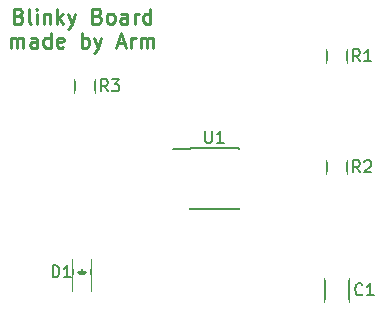
<source format=gto>
G04 #@! TF.FileFunction,Legend,Top*
%FSLAX46Y46*%
G04 Gerber Fmt 4.6, Leading zero omitted, Abs format (unit mm)*
G04 Created by KiCad (PCBNEW 4.0.1-stable) date 2017 February 12, Sunday 16:29:12*
%MOMM*%
G01*
G04 APERTURE LIST*
%ADD10C,0.100000*%
%ADD11C,0.254000*%
%ADD12C,0.150000*%
%ADD13R,2.000000X2.400000*%
%ADD14R,1.598880X1.598880*%
%ADD15R,1.700000X1.900000*%
%ADD16R,1.950000X1.000000*%
G04 APERTURE END LIST*
D10*
D11*
X155175857Y-83983286D02*
X155357286Y-84043762D01*
X155417762Y-84104238D01*
X155478238Y-84225190D01*
X155478238Y-84406619D01*
X155417762Y-84527571D01*
X155357286Y-84588048D01*
X155236333Y-84648524D01*
X154752524Y-84648524D01*
X154752524Y-83378524D01*
X155175857Y-83378524D01*
X155296810Y-83439000D01*
X155357286Y-83499476D01*
X155417762Y-83620429D01*
X155417762Y-83741381D01*
X155357286Y-83862333D01*
X155296810Y-83922810D01*
X155175857Y-83983286D01*
X154752524Y-83983286D01*
X156203953Y-84648524D02*
X156083000Y-84588048D01*
X156022524Y-84467095D01*
X156022524Y-83378524D01*
X156687762Y-84648524D02*
X156687762Y-83801857D01*
X156687762Y-83378524D02*
X156627286Y-83439000D01*
X156687762Y-83499476D01*
X156748238Y-83439000D01*
X156687762Y-83378524D01*
X156687762Y-83499476D01*
X157292524Y-83801857D02*
X157292524Y-84648524D01*
X157292524Y-83922810D02*
X157353000Y-83862333D01*
X157473953Y-83801857D01*
X157655381Y-83801857D01*
X157776333Y-83862333D01*
X157836810Y-83983286D01*
X157836810Y-84648524D01*
X158441572Y-84648524D02*
X158441572Y-83378524D01*
X158562524Y-84164714D02*
X158925381Y-84648524D01*
X158925381Y-83801857D02*
X158441572Y-84285667D01*
X159348715Y-83801857D02*
X159651096Y-84648524D01*
X159953476Y-83801857D02*
X159651096Y-84648524D01*
X159530143Y-84950905D01*
X159469667Y-85011381D01*
X159348715Y-85071857D01*
X161828238Y-83983286D02*
X162009667Y-84043762D01*
X162070143Y-84104238D01*
X162130619Y-84225190D01*
X162130619Y-84406619D01*
X162070143Y-84527571D01*
X162009667Y-84588048D01*
X161888714Y-84648524D01*
X161404905Y-84648524D01*
X161404905Y-83378524D01*
X161828238Y-83378524D01*
X161949191Y-83439000D01*
X162009667Y-83499476D01*
X162070143Y-83620429D01*
X162070143Y-83741381D01*
X162009667Y-83862333D01*
X161949191Y-83922810D01*
X161828238Y-83983286D01*
X161404905Y-83983286D01*
X162856334Y-84648524D02*
X162735381Y-84588048D01*
X162674905Y-84527571D01*
X162614429Y-84406619D01*
X162614429Y-84043762D01*
X162674905Y-83922810D01*
X162735381Y-83862333D01*
X162856334Y-83801857D01*
X163037762Y-83801857D01*
X163158714Y-83862333D01*
X163219191Y-83922810D01*
X163279667Y-84043762D01*
X163279667Y-84406619D01*
X163219191Y-84527571D01*
X163158714Y-84588048D01*
X163037762Y-84648524D01*
X162856334Y-84648524D01*
X164368239Y-84648524D02*
X164368239Y-83983286D01*
X164307762Y-83862333D01*
X164186810Y-83801857D01*
X163944905Y-83801857D01*
X163823953Y-83862333D01*
X164368239Y-84588048D02*
X164247286Y-84648524D01*
X163944905Y-84648524D01*
X163823953Y-84588048D01*
X163763477Y-84467095D01*
X163763477Y-84346143D01*
X163823953Y-84225190D01*
X163944905Y-84164714D01*
X164247286Y-84164714D01*
X164368239Y-84104238D01*
X164973001Y-84648524D02*
X164973001Y-83801857D01*
X164973001Y-84043762D02*
X165033477Y-83922810D01*
X165093953Y-83862333D01*
X165214906Y-83801857D01*
X165335858Y-83801857D01*
X166303477Y-84648524D02*
X166303477Y-83378524D01*
X166303477Y-84588048D02*
X166182524Y-84648524D01*
X165940620Y-84648524D01*
X165819667Y-84588048D01*
X165759191Y-84527571D01*
X165698715Y-84406619D01*
X165698715Y-84043762D01*
X165759191Y-83922810D01*
X165819667Y-83862333D01*
X165940620Y-83801857D01*
X166182524Y-83801857D01*
X166303477Y-83862333D01*
X154480382Y-86680524D02*
X154480382Y-85833857D01*
X154480382Y-85954810D02*
X154540858Y-85894333D01*
X154661811Y-85833857D01*
X154843239Y-85833857D01*
X154964191Y-85894333D01*
X155024668Y-86015286D01*
X155024668Y-86680524D01*
X155024668Y-86015286D02*
X155085144Y-85894333D01*
X155206096Y-85833857D01*
X155387525Y-85833857D01*
X155508477Y-85894333D01*
X155568953Y-86015286D01*
X155568953Y-86680524D01*
X156718001Y-86680524D02*
X156718001Y-86015286D01*
X156657524Y-85894333D01*
X156536572Y-85833857D01*
X156294667Y-85833857D01*
X156173715Y-85894333D01*
X156718001Y-86620048D02*
X156597048Y-86680524D01*
X156294667Y-86680524D01*
X156173715Y-86620048D01*
X156113239Y-86499095D01*
X156113239Y-86378143D01*
X156173715Y-86257190D01*
X156294667Y-86196714D01*
X156597048Y-86196714D01*
X156718001Y-86136238D01*
X157867049Y-86680524D02*
X157867049Y-85410524D01*
X157867049Y-86620048D02*
X157746096Y-86680524D01*
X157504192Y-86680524D01*
X157383239Y-86620048D01*
X157322763Y-86559571D01*
X157262287Y-86438619D01*
X157262287Y-86075762D01*
X157322763Y-85954810D01*
X157383239Y-85894333D01*
X157504192Y-85833857D01*
X157746096Y-85833857D01*
X157867049Y-85894333D01*
X158955620Y-86620048D02*
X158834668Y-86680524D01*
X158592763Y-86680524D01*
X158471811Y-86620048D01*
X158411335Y-86499095D01*
X158411335Y-86015286D01*
X158471811Y-85894333D01*
X158592763Y-85833857D01*
X158834668Y-85833857D01*
X158955620Y-85894333D01*
X159016097Y-86015286D01*
X159016097Y-86136238D01*
X158411335Y-86257190D01*
X160528001Y-86680524D02*
X160528001Y-85410524D01*
X160528001Y-85894333D02*
X160648953Y-85833857D01*
X160890858Y-85833857D01*
X161011810Y-85894333D01*
X161072287Y-85954810D01*
X161132763Y-86075762D01*
X161132763Y-86438619D01*
X161072287Y-86559571D01*
X161011810Y-86620048D01*
X160890858Y-86680524D01*
X160648953Y-86680524D01*
X160528001Y-86620048D01*
X161556097Y-85833857D02*
X161858478Y-86680524D01*
X162160858Y-85833857D02*
X161858478Y-86680524D01*
X161737525Y-86982905D01*
X161677049Y-87043381D01*
X161556097Y-87103857D01*
X163551811Y-86317667D02*
X164156573Y-86317667D01*
X163430858Y-86680524D02*
X163854192Y-85410524D01*
X164277525Y-86680524D01*
X164700858Y-86680524D02*
X164700858Y-85833857D01*
X164700858Y-86075762D02*
X164761334Y-85954810D01*
X164821810Y-85894333D01*
X164942763Y-85833857D01*
X165063715Y-85833857D01*
X165487048Y-86680524D02*
X165487048Y-85833857D01*
X165487048Y-85954810D02*
X165547524Y-85894333D01*
X165668477Y-85833857D01*
X165849905Y-85833857D01*
X165970857Y-85894333D01*
X166031334Y-86015286D01*
X166031334Y-86680524D01*
X166031334Y-86015286D02*
X166091810Y-85894333D01*
X166212762Y-85833857D01*
X166394191Y-85833857D01*
X166515143Y-85894333D01*
X166575619Y-86015286D01*
X166575619Y-86680524D01*
D12*
X183143000Y-108188000D02*
X183143000Y-106188000D01*
X181093000Y-106188000D02*
X181093000Y-108188000D01*
X161278000Y-107264000D02*
X161278000Y-104564000D01*
X159778000Y-107264000D02*
X159778000Y-104564000D01*
X160678000Y-105764000D02*
X160428000Y-105764000D01*
X160428000Y-105764000D02*
X160578000Y-105914000D01*
X160178000Y-106014000D02*
X160878000Y-106014000D01*
X160528000Y-105664000D02*
X160528000Y-105314000D01*
X160528000Y-106014000D02*
X160178000Y-105664000D01*
X160178000Y-105664000D02*
X160878000Y-105664000D01*
X160878000Y-105664000D02*
X160528000Y-106014000D01*
X181243000Y-87976000D02*
X181243000Y-86776000D01*
X182993000Y-86776000D02*
X182993000Y-87976000D01*
X181243000Y-97374000D02*
X181243000Y-96174000D01*
X182993000Y-96174000D02*
X182993000Y-97374000D01*
X159907000Y-90516000D02*
X159907000Y-89316000D01*
X161657000Y-89316000D02*
X161657000Y-90516000D01*
X169629000Y-95215000D02*
X169629000Y-95265000D01*
X173779000Y-95215000D02*
X173779000Y-95360000D01*
X173779000Y-100365000D02*
X173779000Y-100220000D01*
X169629000Y-100365000D02*
X169629000Y-100220000D01*
X169629000Y-95215000D02*
X173779000Y-95215000D01*
X169629000Y-100365000D02*
X173779000Y-100365000D01*
X169629000Y-95265000D02*
X168229000Y-95265000D01*
X184251334Y-107545143D02*
X184203715Y-107592762D01*
X184060858Y-107640381D01*
X183965620Y-107640381D01*
X183822762Y-107592762D01*
X183727524Y-107497524D01*
X183679905Y-107402286D01*
X183632286Y-107211810D01*
X183632286Y-107068952D01*
X183679905Y-106878476D01*
X183727524Y-106783238D01*
X183822762Y-106688000D01*
X183965620Y-106640381D01*
X184060858Y-106640381D01*
X184203715Y-106688000D01*
X184251334Y-106735619D01*
X185203715Y-107640381D02*
X184632286Y-107640381D01*
X184918000Y-107640381D02*
X184918000Y-106640381D01*
X184822762Y-106783238D01*
X184727524Y-106878476D01*
X184632286Y-106926095D01*
X158039905Y-106116381D02*
X158039905Y-105116381D01*
X158278000Y-105116381D01*
X158420858Y-105164000D01*
X158516096Y-105259238D01*
X158563715Y-105354476D01*
X158611334Y-105544952D01*
X158611334Y-105687810D01*
X158563715Y-105878286D01*
X158516096Y-105973524D01*
X158420858Y-106068762D01*
X158278000Y-106116381D01*
X158039905Y-106116381D01*
X159563715Y-106116381D02*
X158992286Y-106116381D01*
X159278000Y-106116381D02*
X159278000Y-105116381D01*
X159182762Y-105259238D01*
X159087524Y-105354476D01*
X158992286Y-105402095D01*
X184051334Y-87828381D02*
X183718000Y-87352190D01*
X183479905Y-87828381D02*
X183479905Y-86828381D01*
X183860858Y-86828381D01*
X183956096Y-86876000D01*
X184003715Y-86923619D01*
X184051334Y-87018857D01*
X184051334Y-87161714D01*
X184003715Y-87256952D01*
X183956096Y-87304571D01*
X183860858Y-87352190D01*
X183479905Y-87352190D01*
X185003715Y-87828381D02*
X184432286Y-87828381D01*
X184718000Y-87828381D02*
X184718000Y-86828381D01*
X184622762Y-86971238D01*
X184527524Y-87066476D01*
X184432286Y-87114095D01*
X184051334Y-97226381D02*
X183718000Y-96750190D01*
X183479905Y-97226381D02*
X183479905Y-96226381D01*
X183860858Y-96226381D01*
X183956096Y-96274000D01*
X184003715Y-96321619D01*
X184051334Y-96416857D01*
X184051334Y-96559714D01*
X184003715Y-96654952D01*
X183956096Y-96702571D01*
X183860858Y-96750190D01*
X183479905Y-96750190D01*
X184432286Y-96321619D02*
X184479905Y-96274000D01*
X184575143Y-96226381D01*
X184813239Y-96226381D01*
X184908477Y-96274000D01*
X184956096Y-96321619D01*
X185003715Y-96416857D01*
X185003715Y-96512095D01*
X184956096Y-96654952D01*
X184384667Y-97226381D01*
X185003715Y-97226381D01*
X162715334Y-90368381D02*
X162382000Y-89892190D01*
X162143905Y-90368381D02*
X162143905Y-89368381D01*
X162524858Y-89368381D01*
X162620096Y-89416000D01*
X162667715Y-89463619D01*
X162715334Y-89558857D01*
X162715334Y-89701714D01*
X162667715Y-89796952D01*
X162620096Y-89844571D01*
X162524858Y-89892190D01*
X162143905Y-89892190D01*
X163048667Y-89368381D02*
X163667715Y-89368381D01*
X163334381Y-89749333D01*
X163477239Y-89749333D01*
X163572477Y-89796952D01*
X163620096Y-89844571D01*
X163667715Y-89939810D01*
X163667715Y-90177905D01*
X163620096Y-90273143D01*
X163572477Y-90320762D01*
X163477239Y-90368381D01*
X163191524Y-90368381D01*
X163096286Y-90320762D01*
X163048667Y-90273143D01*
X170942095Y-93742381D02*
X170942095Y-94551905D01*
X170989714Y-94647143D01*
X171037333Y-94694762D01*
X171132571Y-94742381D01*
X171323048Y-94742381D01*
X171418286Y-94694762D01*
X171465905Y-94647143D01*
X171513524Y-94551905D01*
X171513524Y-93742381D01*
X172513524Y-94742381D02*
X171942095Y-94742381D01*
X172227809Y-94742381D02*
X172227809Y-93742381D01*
X172132571Y-93885238D01*
X172037333Y-93980476D01*
X171942095Y-94028095D01*
%LPC*%
D13*
X182118000Y-105188000D03*
X182118000Y-109188000D03*
D14*
X160528000Y-104614980D03*
X160528000Y-106713020D03*
D15*
X182118000Y-86026000D03*
X182118000Y-88726000D03*
X182118000Y-95424000D03*
X182118000Y-98124000D03*
X160782000Y-88566000D03*
X160782000Y-91266000D03*
D16*
X169004000Y-95885000D03*
X169004000Y-97155000D03*
X169004000Y-98425000D03*
X169004000Y-99695000D03*
X174404000Y-99695000D03*
X174404000Y-98425000D03*
X174404000Y-97155000D03*
X174404000Y-95885000D03*
M02*

</source>
